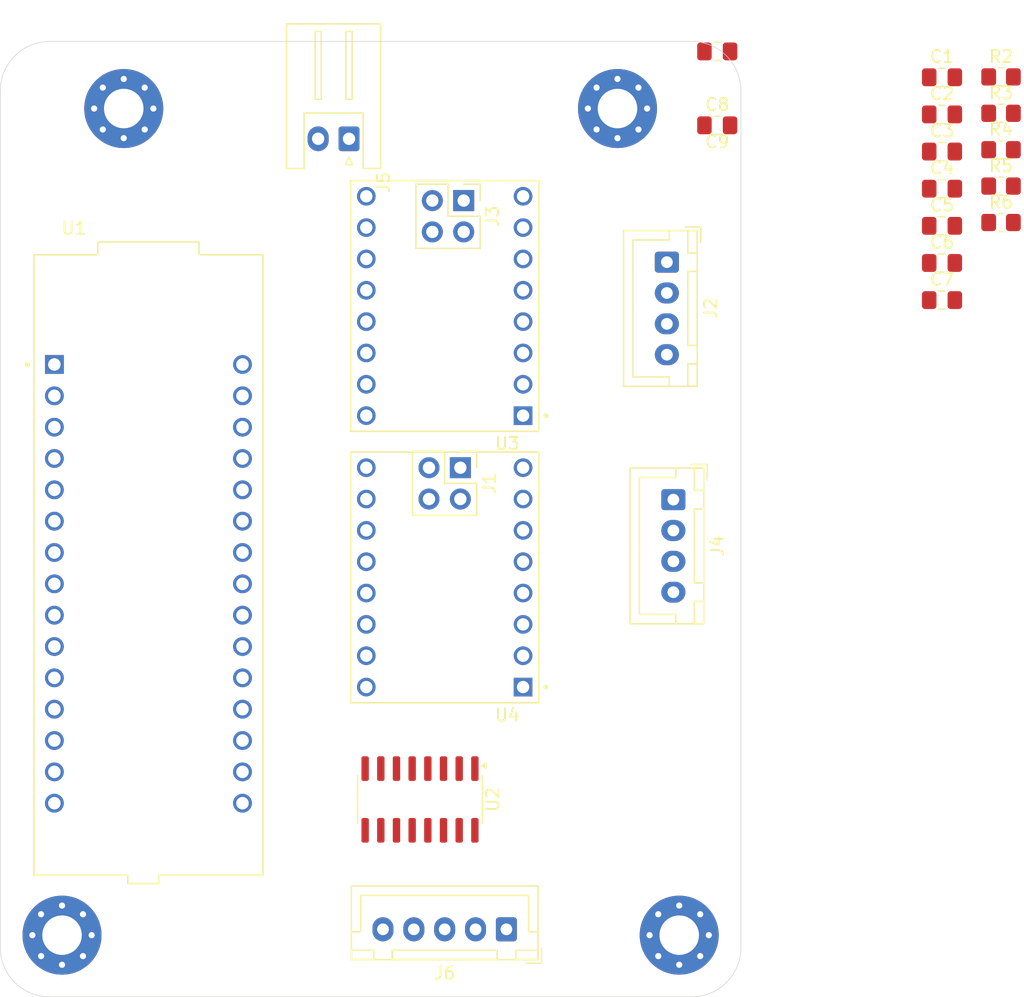
<source format=kicad_pcb>
(kicad_pcb (version 20240108) (generator "pcbnew") (generator_version "8.0")
  (layers (0 "F.Cu" signal) (31 "B.Cu" signal) (34 "B.Paste" user) (35 "F.Paste" user) (36 "B.SilkS" user "B.Silkscreen") (37 "F.SilkS" user "F.Silkscreen") (38 "B.Mask" user) (39 "F.Mask" user) (44 "Edge.Cuts" user))
  (net 0 "")
  (net 4 "GND")
  (net 9 "+5V")
  (net 21 "Net-(U2-VBG)")
  (net 25 "Net-(U2-INA+)")
  (net 31 "Net-(U2-INA-)")
  (net 32 "E+")
  (net 33 "Net-(Q1-C)")
  (net 34 "Net-(U2-VFB)")
  (net 35 "A+")
  (net 36 "A-")
  (net 37 "Net-(JP1-A)")
  (net 41 "DAT")
  (net 43 "CLK")
  (net 44 "Net-(Q1-B)")
  (net 45 "Net-(J1-Pin_3)")
  (net 46 "Net-(J1-Pin_4)")
  (net 47 "Net-(J3-Pin_4)")
  (net 48 "Net-(J3-Pin_3)")
  (net 49 "M1_1A")
  (net 50 "M1_1B")
  (net 51 "M1_2B")
  (net 52 "M1_2A")
  (net 53 "M2_1A")
  (net 54 "M2_2A")
  (net 55 "M2_2B")
  (net 56 "M2_1B")
  (net 57 "+12V")
  (net 60 "M2_EN")
  (net 62 "M2_STEP")
  (net 63 "M2_DIR")
  (net 65 "M1_DIR")
  (net 67 "M1_EN")
  (net 68 "M1_STEP")
  (footprint "Package_SO:SOP-16_3.9x9.9mm_P1.27mm" (layer "F.Cu") (at 34 -16 -90)
    (property "Reference" "U2" (at 0 -5.9 90) (layer "F.SilkS"))
    (property "Value" "HX711" (hide yes))
    (fp_line (start 0 5.06) (end -1.95 5.06) (stroke (width 0.12)) (layer "F.SilkS"))
    (fp_line (start 0 5.06) (end 1.95 5.06) (stroke (width 0.12)) (layer "F.SilkS"))
    (fp_line (start 0 -5.06) (end -1.95 -5.06) (stroke (width 0.12)) (layer "F.SilkS"))
    (fp_line (start 0 -5.06) (end 1.95 -5.06) (stroke (width 0.12)) (layer "F.SilkS"))
    (fp_poly (pts (xy -2.725 -5.005) (xy -2.965 -5.335) (xy -2.485 -5.335) (xy -2.725 -5.005)) (stroke (width 0.12)) (fill solid) (layer "F.SilkS"))
    (pad "1" smd roundrect (at -2.5 -4.445 270) (size 2 0.6) (layers "F.Cu" "F.Paste" "F.Mask") (net 9 "+5V"))
    (pad "2" smd roundrect (at -2.5 -3.175 270) (size 2 0.6) (layers "F.Cu" "F.Paste" "F.Mask") (net 44 "Net-(Q1-B)"))
    (pad "3" smd roundrect (at -2.5 -1.905 270) (size 2 0.6) (layers "F.Cu" "F.Paste" "F.Mask") (net 33 "Net-(Q1-C)"))
    (pad "4" smd roundrect (at -2.5 -0.635 270) (size 2 0.6) (layers "F.Cu" "F.Paste" "F.Mask") (net 34 "Net-(U2-VFB)"))
    (pad "5" smd roundrect (at -2.5 0.635 270) (size 2 0.6) (layers "F.Cu" "F.Paste" "F.Mask") (net 4 "GND"))
    (pad "6" smd roundrect (at -2.5 1.905 270) (size 2 0.6) (layers "F.Cu" "F.Paste" "F.Mask") (net 21 "Net-(U2-VBG)"))
    (pad "7" smd roundrect (at -2.5 3.175 270) (size 2 0.6) (layers "F.Cu" "F.Paste" "F.Mask") (net 31 "Net-(U2-INA-)"))
    (pad "8" smd roundrect (at -2.5 4.445 270) (size 2 0.6) (layers "F.Cu" "F.Paste" "F.Mask") (net 25 "Net-(U2-INA+)"))
    (pad "9" smd roundrect (at 2.5 4.445 270) (size 2 0.6) (layers "F.Cu" "F.Paste" "F.Mask") (net 4 "GND"))
    (pad "10" smd roundrect (at 2.5 3.175 270) (size 2 0.6) (layers "F.Cu" "F.Paste" "F.Mask") (net 4 "GND"))
    (pad "11" smd roundrect (at 2.5 1.905 270) (size 2 0.6) (layers "F.Cu" "F.Paste" "F.Mask") (net 43 "CLK"))
    (pad "12" smd roundrect (at 2.5 0.635 270) (size 2 0.6) (layers "F.Cu" "F.Paste" "F.Mask") (net 41 "DAT"))
    (pad "13" smd roundrect (at 2.5 -0.635 270) (size 2 0.6) (layers "F.Cu" "F.Paste" "F.Mask"))
    (pad "14" smd roundrect (at 2.5 -1.905 270) (size 2 0.6) (layers "F.Cu" "F.Paste" "F.Mask") (net 4 "GND"))
    (pad "15" smd roundrect (at 2.5 -3.175 270) (size 2 0.6) (layers "F.Cu" "F.Paste" "F.Mask") (net 37 "Net-(JP1-A)"))
    (pad "16" smd roundrect (at 2.5 -4.445 270) (size 2 0.6) (layers "F.Cu" "F.Paste" "F.Mask") (net 9 "+5V"))
  )
  (footprint "Resistor_SMD:R_0805_2012Metric_Pad1.20x1.40mm_HandSolder" (layer "F.Cu") (at 81.07 -65.715)
    (property "Reference" "R5" (at 0 -1.65 0) (layer "F.SilkS"))
    (property "Value" "100")
    (fp_line (start -0.227064 -0.735) (end 0.227064 -0.735) (stroke (width 0.12)) (layer "F.SilkS"))
    (fp_line (start -0.227064 0.735) (end 0.227064 0.735) (stroke (width 0.12)) (layer "F.SilkS"))
    (pad "1" smd roundrect (at -1 0) (size 1.2 1.4) (layers "F.Cu" "F.Paste" "F.Mask") (roundrect_rratio 0.208333) (net 35 "A+"))
    (pad "2" smd roundrect (at 1 0) (size 1.2 1.4) (layers "F.Cu" "F.Paste" "F.Mask") (roundrect_rratio 0.208333) (net 25 "Net-(U2-INA+)"))
  )
  (footprint "edm_wire_puller_footprints:MODULE_NUCLEO-L412KB" (layer "F.Cu") (at 12 -35)
    (property "Reference" "U1" (at -6.0325 -27.305 0) (layer "F.SilkS"))
    (property "Value" "NUCLEO-L412KB" (hide yes))
    (fp_line (start -9.271 -25.146) (end -4.1 -25.146) (stroke (width 0.127)) (layer "F.SilkS"))
    (fp_line (start -9.271 25.146) (end -9.271 -25.146) (stroke (width 0.127)) (layer "F.SilkS"))
    (fp_line (start -4.1 -26.186) (end 4.1 -26.186) (stroke (width 0.127)) (layer "F.SilkS"))
    (fp_line (start -4.1 -25.146) (end -4.1 -26.186) (stroke (width 0.127)) (layer "F.SilkS"))
    (fp_line (start -1.671 25.146) (end -9.271 25.146) (stroke (width 0.127)) (layer "F.SilkS"))
    (fp_line (start -1.671 25.146) (end -1.671 25.819) (stroke (width 0.127)) (layer "F.SilkS"))
    (fp_line (start -1.671 25.819) (end 0.829 25.819) (stroke (width 0.127)) (layer "F.SilkS"))
    (fp_line (start 0.829 25.819) (end 0.829 25.146) (stroke (width 0.127)) (layer "F.SilkS"))
    (fp_line (start 4.1 -26.186) (end 4.1 -25.146) (stroke (width 0.127)) (layer "F.SilkS"))
    (fp_line (start 4.1 -25.146) (end 9.271 -25.146) (stroke (width 0.127)) (layer "F.SilkS"))
    (fp_line (start 9.271 -25.146) (end 9.271 25.146) (stroke (width 0.127)) (layer "F.SilkS"))
    (fp_line (start 9.271 25.146) (end 0.829 25.146) (stroke (width 0.127)) (layer "F.SilkS"))
    (fp_circle (center -9.8 -16.25) (end -9.7 -16.25) (stroke (width 0.2)) (fill none) (layer "F.SilkS"))
    (pad "CN3_1" thru_hole rect (at -7.62 -16.256) (size 1.524 1.524) (drill 1.016) (layers "*.Cu" "*.Mask"))
    (pad "CN3_2" thru_hole circle (at -7.62 -13.716) (size 1.524 1.524) (drill 1.016) (layers "*.Cu" "*.Mask"))
    (pad "CN3_3" thru_hole circle (at -7.62 -11.176) (size 1.524 1.524) (drill 1.016) (layers "*.Cu" "*.Mask"))
    (pad "CN3_4" thru_hole circle (at -7.62 -8.636) (size 1.524 1.524) (drill 1.016) (layers "*.Cu" "*.Mask"))
    (pad "CN3_5" thru_hole circle (at -7.62 -6.096) (size 1.524 1.524) (drill 1.016) (layers "*.Cu" "*.Mask"))
    (pad "CN3_6" thru_hole circle (at -7.62 -3.556) (size 1.524 1.524) (drill 1.016) (layers "*.Cu" "*.Mask"))
    (pad "CN3_7" thru_hole circle (at -7.62 -1.016) (size 1.524 1.524) (drill 1.016) (layers "*.Cu" "*.Mask"))
    (pad "CN3_8" thru_hole circle (at -7.62 1.524) (size 1.524 1.524) (drill 1.016) (layers "*.Cu" "*.Mask"))
    (pad "CN3_9" thru_hole circle (at -7.62 4.064) (size 1.524 1.524) (drill 1.016) (layers "*.Cu" "*.Mask"))
    (pad "CN3_10" thru_hole circle (at -7.62 6.604) (size 1.524 1.524) (drill 1.016) (layers "*.Cu" "*.Mask"))
    (pad "CN3_11" thru_hole circle (at -7.62 9.144) (size 1.524 1.524) (drill 1.016) (layers "*.Cu" "*.Mask"))
    (pad "CN3_12" thru_hole circle (at -7.62 11.684) (size 1.524 1.524) (drill 1.016) (layers "*.Cu" "*.Mask"))
    (pad "CN3_13" thru_hole circle (at -7.62 14.224) (size 1.524 1.524) (drill 1.016) (layers "*.Cu" "*.Mask"))
    (pad "CN3_14" thru_hole circle (at -7.62 16.764) (size 1.524 1.524) (drill 1.016) (layers "*.Cu" "*.Mask"))
    (pad "CN3_15" thru_hole circle (at -7.62 19.304) (size 1.524 1.524) (drill 1.016) (layers "*.Cu" "*.Mask"))
    (pad "CN4_1" thru_hole circle (at 7.62 -16.256) (size 1.524 1.524) (drill 1.016) (layers "*.Cu" "*.Mask"))
    (pad "CN4_2" thru_hole circle (at 7.62 -13.716) (size 1.524 1.524) (drill 1.016) (layers "*.Cu" "*.Mask") (net 4 "GND"))
    (pad "CN4_3" thru_hole circle (at 7.62 -11.176) (size 1.524 1.524) (drill 1.016) (layers "*.Cu" "*.Mask"))
    (pad "CN4_4" thru_hole circle (at 7.62 -8.636) (size 1.524 1.524) (drill 1.016) (layers "*.Cu" "*.Mask"))
    (pad "CN4_5" thru_hole circle (at 7.62 -6.096) (size 1.524 1.524) (drill 1.016) (layers "*.Cu" "*.Mask"))
    (pad "CN4_6" thru_hole circle (at 7.62 -3.556) (size 1.524 1.524) (drill 1.016) (layers "*.Cu" "*.Mask"))
    (pad "CN4_7" thru_hole circle (at 7.62 -1.016) (size 1.524 1.524) (drill 1.016) (layers "*.Cu" "*.Mask"))
    (pad "CN4_8" thru_hole circle (at 7.62 1.524) (size 1.524 1.524) (drill 1.016) (layers "*.Cu" "*.Mask"))
    (pad "CN4_9" thru_hole circle (at 7.62 4.064) (size 1.524 1.524) (drill 1.016) (layers "*.Cu" "*.Mask"))
    (pad "CN4_10" thru_hole circle (at 7.62 6.604) (size 1.524 1.524) (drill 1.016) (layers "*.Cu" "*.Mask"))
    (pad "CN4_11" thru_hole circle (at 7.62 9.144) (size 1.524 1.524) (drill 1.016) (layers "*.Cu" "*.Mask"))
    (pad "CN4_12" thru_hole circle (at 7.62 11.684) (size 1.524 1.524) (drill 1.016) (layers "*.Cu" "*.Mask"))
    (pad "CN4_13" thru_hole circle (at 7.62 14.224) (size 1.524 1.524) (drill 1.016) (layers "*.Cu" "*.Mask"))
    (pad "CN4_14" thru_hole circle (at 7.62 16.764) (size 1.524 1.524) (drill 1.016) (layers "*.Cu" "*.Mask"))
    (pad "CN4_15" thru_hole circle (at 7.62 19.304) (size 1.524 1.524) (drill 1.016) (layers "*.Cu" "*.Mask"))
  )
  (footprint "Connector_JST:JST_XH_B5B-XH-A_1x05_P2.50mm_Vertical" (layer "F.Cu") (at 41 -5.475 180)
    (property "Reference" "J6" (at 5 -3.55 0) (layer "F.SilkS"))
    (property "Value" "Conn_01x05" (hide yes))
    (fp_line (start 12.56 3.51) (end 12.56 -2.46) (stroke (width 0.12)) (layer "F.SilkS"))
    (fp_line (start 12.56 -2.46) (end -2.56 -2.46) (stroke (width 0.12)) (layer "F.SilkS"))
    (fp_line (start 12.55 -0.2) (end 11.8 -0.2) (stroke (width 0.12)) (layer "F.SilkS"))
    (fp_line (start 12.55 -1.7) (end 12.55 -2.45) (stroke (width 0.12)) (layer "F.SilkS"))
    (fp_line (start 12.55 -2.45) (end 10.75 -2.45) (stroke (width 0.12)) (layer "F.SilkS"))
    (fp_line (start 11.8 2.75) (end 5 2.75) (stroke (width 0.12)) (layer "F.SilkS"))
    (fp_line (start 11.8 -0.2) (end 11.8 2.75) (stroke (width 0.12)) (layer "F.SilkS"))
    (fp_line (start 10.75 -1.7) (end 12.55 -1.7) (stroke (width 0.12)) (layer "F.SilkS"))
    (fp_line (start 10.75 -2.45) (end 10.75 -1.7) (stroke (width 0.12)) (layer "F.SilkS"))
    (fp_line (start 9.25 -1.7) (end 9.25 -2.45) (stroke (width 0.12)) (layer "F.SilkS"))
    (fp_line (start 9.25 -2.45) (end 0.75 -2.45) (stroke (width 0.12)) (layer "F.SilkS"))
    (fp_line (start 0.75 -1.7) (end 9.25 -1.7) (stroke (width 0.12)) (layer "F.SilkS"))
    (fp_line (start 0.75 -2.45) (end 0.75 -1.7) (stroke (width 0.12)) (layer "F.SilkS"))
    (fp_line (start -0.75 -1.7) (end -0.75 -2.45) (stroke (width 0.12)) (layer "F.SilkS"))
    (fp_line (start -0.75 -2.45) (end -2.55 -2.45) (stroke (width 0.12)) (layer "F.SilkS"))
    (fp_line (start -1.6 -2.75) (end -2.85 -2.75) (stroke (width 0.12)) (layer "F.SilkS"))
    (fp_line (start -1.8 2.75) (end 5 2.75) (stroke (width 0.12)) (layer "F.SilkS"))
    (fp_line (start -1.8 -0.2) (end -1.8 2.75) (stroke (width 0.12)) (layer "F.SilkS"))
    (fp_line (start -2.55 -0.2) (end -1.8 -0.2) (stroke (width 0.12)) (layer "F.SilkS"))
    (fp_line (start -2.55 -1.7) (end -0.75 -1.7) (stroke (width 0.12)) (layer "F.SilkS"))
    (fp_line (start -2.55 -2.45) (end -2.55 -1.7) (stroke (width 0.12)) (layer "F.SilkS"))
    (fp_line (start -2.56 3.51) (end 12.56 3.51) (stroke (width 0.12)) (layer "F.SilkS"))
    (fp_line (start -2.56 -2.46) (end -2.56 3.51) (stroke (width 0.12)) (layer "F.SilkS"))
    (fp_line (start -2.85 -2.75) (end -2.85 -1.5) (stroke (width 0.12)) (layer "F.SilkS"))
    (pad "1" thru_hole roundrect (at 0 0 180) (size 1.7 1.95) (drill 0.95) (layers "*.Cu" "*.Mask") (roundrect_rratio 0.147059) (net 32 "E+"))
    (pad "2" thru_hole oval (at 2.5 0 180) (size 1.7 1.95) (drill 0.95) (layers "*.Cu" "*.Mask") (net 4 "GND"))
    (pad "3" thru_hole oval (at 5 0 180) (size 1.7 1.95) (drill 0.95) (layers "*.Cu" "*.Mask") (net 36 "A-"))
    (pad "4" thru_hole oval (at 7.5 0 180) (size 1.7 1.95) (drill 0.95) (layers "*.Cu" "*.Mask") (net 35 "A+"))
    (pad "5" thru_hole oval (at 10 0 180) (size 1.7 1.95) (drill 0.95) (layers "*.Cu" "*.Mask") (net 4 "GND"))
  )
  (footprint "Resistor_SMD:R_0805_2012Metric_Pad1.20x1.40mm_HandSolder" (layer "F.Cu") (at 81.07 -74.565)
    (property "Reference" "R2" (at 0 -1.65 0) (layer "F.SilkS"))
    (property "Value" "20k")
    (fp_line (start -0.227064 -0.735) (end 0.227064 -0.735) (stroke (width 0.12)) (layer "F.SilkS"))
    (fp_line (start -0.227064 0.735) (end 0.227064 0.735) (stroke (width 0.12)) (layer "F.SilkS"))
    (pad "1" smd roundrect (at -1 0) (size 1.2 1.4) (layers "F.Cu" "F.Paste" "F.Mask") (roundrect_rratio 0.208333) (net 34 "Net-(U2-VFB)"))
    (pad "2" smd roundrect (at 1 0) (size 1.2 1.4) (layers "F.Cu" "F.Paste" "F.Mask") (roundrect_rratio 0.208333) (net 33 "Net-(Q1-C)"))
  )
  (footprint "MountingHole:MountingHole_3.2mm_M3_Pad_Via" (layer "F.Cu") (at 5 -5)
    (property "Reference" "H4" (hide yes))
    (property "Value" "MountingHole_Pad" (hide yes))
    (pad "1" thru_hole circle (at -2.4 0) (size 0.8 0.8) (drill 0.5) (layers "*.Cu" "*.Mask"))
    (pad "1" thru_hole circle (at -1.697056 -1.697056) (size 0.8 0.8) (drill 0.5) (layers "*.Cu" "*.Mask"))
    (pad "1" thru_hole circle (at -1.697056 1.697056) (size 0.8 0.8) (drill 0.5) (layers "*.Cu" "*.Mask"))
    (pad "1" thru_hole circle (at 0 -2.4) (size 0.8 0.8) (drill 0.5) (layers "*.Cu" "*.Mask"))
    (pad "1" thru_hole circle (at 0 0) (size 6.4 6.4) (drill 3.2) (layers "*.Cu" "*.Mask"))
    (pad "1" thru_hole circle (at 0 2.4) (size 0.8 0.8) (drill 0.5) (layers "*.Cu" "*.Mask"))
    (pad "1" thru_hole circle (at 1.697056 -1.697056) (size 0.8 0.8) (drill 0.5) (layers "*.Cu" "*.Mask"))
    (pad "1" thru_hole circle (at 1.697056 1.697056) (size 0.8 0.8) (drill 0.5) (layers "*.Cu" "*.Mask"))
    (pad "1" thru_hole circle (at 2.4 0) (size 0.8 0.8) (drill 0.5) (layers "*.Cu" "*.Mask"))
  )
  (footprint "Connector_PinHeader_2.54mm:PinHeader_2x02_P2.54mm_Vertical" (layer "F.Cu") (at 37.27 -42.89 -90)
    (property "Reference" "J1" (at 1.27 -2.33 90) (layer "F.SilkS"))
    (property "Value" "Conn_02x02_Top_Bottom" (hide yes))
    (fp_line (start -1.33 3.87) (end 3.87 3.87) (stroke (width 0.12)) (layer "F.SilkS"))
    (fp_line (start -1.33 1.27) (end -1.33 3.87) (stroke (width 0.12)) (layer "F.SilkS"))
    (fp_line (start -1.33 1.27) (end 1.27 1.27) (stroke (width 0.12)) (layer "F.SilkS"))
    (fp_line (start 1.27 1.27) (end 1.27 -1.33) (stroke (width 0.12)) (layer "F.SilkS"))
    (fp_line (start -1.33 0) (end -1.33 -1.33) (stroke (width 0.12)) (layer "F.SilkS"))
    (fp_line (start -1.33 -1.33) (end 0 -1.33) (stroke (width 0.12)) (layer "F.SilkS"))
    (fp_line (start 1.27 -1.33) (end 3.87 -1.33) (stroke (width 0.12)) (layer "F.SilkS"))
    (fp_line (start 3.87 -1.33) (end 3.87 3.87) (stroke (width 0.12)) (layer "F.SilkS"))
    (pad "1" thru_hole rect (at 0 0 270) (size 1.7 1.7) (drill 1) (layers "*.Cu" "*.Mask") (net 9 "+5V"))
    (pad "2" thru_hole oval (at 2.54 0 270) (size 1.7 1.7) (drill 1) (layers "*.Cu" "*.Mask") (net 9 "+5V"))
    (pad "3" thru_hole oval (at 0 2.54 270) (size 1.7 1.7) (drill 1) (layers "*.Cu" "*.Mask") (net 45 "Net-(J1-Pin_3)"))
    (pad "4" thru_hole oval (at 2.54 2.54 270) (size 1.7 1.7) (drill 1) (layers "*.Cu" "*.Mask") (net 46 "Net-(J1-Pin_4)"))
  )
  (footprint "Connector_JST:JST_XH_B4B-XH-A_1x04_P2.50mm_Vertical" (layer "F.Cu") (at 54 -59.55 -90)
    (property "Reference" "J2" (at 3.75 -3.55 90) (layer "F.SilkS"))
    (property "Value" "Conn_01x04" (hide yes))
    (fp_line (start -2.56 3.51) (end 10.06 3.51) (stroke (width 0.12)) (layer "F.SilkS"))
    (fp_line (start 10.06 3.51) (end 10.06 -2.46) (stroke (width 0.12)) (layer "F.SilkS"))
    (fp_line (start -1.8 2.75) (end 3.75 2.75) (stroke (width 0.12)) (layer "F.SilkS"))
    (fp_line (start 9.3 2.75) (end 3.75 2.75) (stroke (width 0.12)) (layer "F.SilkS"))
    (fp_line (start -2.55 -0.2) (end -1.8 -0.2) (stroke (width 0.12)) (layer "F.SilkS"))
    (fp_line (start -1.8 -0.2) (end -1.8 2.75) (stroke (width 0.12)) (layer "F.SilkS"))
    (fp_line (start 9.3 -0.2) (end 9.3 2.75) (stroke (width 0.12)) (layer "F.SilkS"))
    (fp_line (start 10.05 -0.2) (end 9.3 -0.2) (stroke (width 0.12)) (layer "F.SilkS"))
    (fp_line (start -2.55 -1.7) (end -0.75 -1.7) (stroke (width 0.12)) (layer "F.SilkS"))
    (fp_line (start -0.75 -1.7) (end -0.75 -2.45) (stroke (width 0.12)) (layer "F.SilkS"))
    (fp_line (start 0.75 -1.7) (end 6.75 -1.7) (stroke (width 0.12)) (layer "F.SilkS"))
    (fp_line (start 6.75 -1.7) (end 6.75 -2.45) (stroke (width 0.12)) (layer "F.SilkS"))
    (fp_line (start 8.25 -1.7) (end 10.05 -1.7) (stroke (width 0.12)) (layer "F.SilkS"))
    (fp_line (start 10.05 -1.7) (end 10.05 -2.45) (stroke (width 0.12)) (layer "F.SilkS"))
    (fp_line (start -2.55 -2.45) (end -2.55 -1.7) (stroke (width 0.12)) (layer "F.SilkS"))
    (fp_line (start -0.75 -2.45) (end -2.55 -2.45) (stroke (width 0.12)) (layer "F.SilkS"))
    (fp_line (start 0.75 -2.45) (end 0.75 -1.7) (stroke (width 0.12)) (layer "F.SilkS"))
    (fp_line (start 6.75 -2.45) (end 0.75 -2.45) (stroke (width 0.12)) (layer "F.SilkS"))
    (fp_line (start 8.25 -2.45) (end 8.25 -1.7) (stroke (width 0.12)) (layer "F.SilkS"))
    (fp_line (start 10.05 -2.45) (end 8.25 -2.45) (stroke (width 0.12)) (layer "F.SilkS"))
    (fp_line (start -2.56 -2.46) (end -2.56 3.51) (stroke (width 0.12)) (layer "F.SilkS"))
    (fp_line (start 10.06 -2.46) (end -2.56 -2.46) (stroke (width 0.12)) (layer "F.SilkS"))
    (fp_line (start -2.85 -2.75) (end -2.85 -1.5) (stroke (width 0.12)) (layer "F.SilkS"))
    (fp_line (start -1.6 -2.75) (end -2.85 -2.75) (stroke (width 0.12)) (layer "F.SilkS"))
    (pad "1" thru_hole roundrect (at 0 0 270) (size 1.7 1.95) (drill 0.95) (layers "*.Cu" "*.Mask") (roundrect_rratio 0.147059) (net 51 "M1_2B"))
    (pad "2" thru_hole oval (at 2.5 0 270) (size 1.7 1.95) (drill 0.95) (layers "*.Cu" "*.Mask") (net 52 "M1_2A"))
    (pad "3" thru_hole oval (at 5 0 270) (size 1.7 1.95) (drill 0.95) (layers "*.Cu" "*.Mask") (net 49 "M1_1A"))
    (pad "4" thru_hole oval (at 7.5 0 270) (size 1.7 1.95) (drill 0.95) (layers "*.Cu" "*.Mask") (net 50 "M1_1B"))
  )
  (footprint "Capacitor_SMD:C_0805_2012Metric_Pad1.18x1.45mm_HandSolder" (layer "F.Cu") (at 76.29 -71.525)
    (property "Reference" "C2" (at 0 -1.68 0) (layer "F.SilkS"))
    (property "Value" "0.1u")
    (fp_line (start -0.261252 -0.735) (end 0.261252 -0.735) (stroke (width 0.12)) (layer "F.SilkS"))
    (fp_line (start -0.261252 0.735) (end 0.261252 0.735) (stroke (width 0.12)) (layer "F.SilkS"))
    (pad "1" smd roundrect (at -1.0375 0) (size 1.175 1.45) (layers "F.Cu" "F.Paste" "F.Mask") (roundrect_rratio 0.212766) (net 21 "Net-(U2-VBG)"))
    (pad "2" smd roundrect (at 1.0375 0) (size 1.175 1.45) (layers "F.Cu" "F.Paste" "F.Mask") (roundrect_rratio 0.212766) (net 4 "GND"))
  )
  (footprint "edm_wire_puller_footprints:MODULE_TMC2209" (layer "F.Cu") (at 36 -34 180)
    (property "Reference" "U4" (at -5.075 -11.155 360) (layer "F.SilkS"))
    (property "Value" "TMC2209" (hide yes))
    (fp_line (start 7.62 10.16) (end -7.62 10.16) (stroke (width 0.127)) (layer "F.SilkS"))
    (fp_line (start 7.62 -10.16) (end 7.62 10.16) (stroke (width 0.127)) (layer "F.SilkS"))
    (fp_line (start -7.62 10.16) (end -7.62 -10.16) (stroke (width 0.127)) (layer "F.SilkS"))
    (fp_line (start -7.62 -10.16) (end 7.62 -10.16) (stroke (width 0.127)) (layer "F.SilkS"))
    (fp_circle (center -8.2 -8.89) (end -8.1 -8.89) (stroke (width 0.2)) (fill none) (layer "F.SilkS"))
    (pad "1" thru_hole rect (at -6.35 -8.89 180) (size 1.508 1.508) (drill 1) (layers "*.Cu" "*.Mask") (net 4 "GND"))
    (pad "2" thru_hole circle (at -6.35 -6.35 180) (size 1.508 1.508) (drill 1) (layers "*.Cu" "*.Mask") (net 9 "+5V"))
    (pad "3" thru_hole circle (at -6.35 -3.81 180) (size 1.508 1.508) (drill 1) (layers "*.Cu" "*.Mask") (net 56 "M2_1B"))
    (pad "4" thru_hole circle (at -6.35 -1.27 180) (size 1.508 1.508) (drill 1) (layers "*.Cu" "*.Mask") (net 53 "M2_1A"))
    (pad "5" thru_hole circle (at -6.35 1.27 180) (size 1.508 1.508) (drill 1) (layers "*.Cu" "*.Mask") (net 54 "M2_2A"))
    (pad "6" thru_hole circle (at -6.35 3.81 180) (size 1.508 1.508) (drill 1) (layers "*.Cu" "*.Mask") (net 55 "M2_2B"))
    (pad "7" thru_hole circle (at -6.35 6.35 180) (size 1.508 1.508) (drill 1) (layers "*.Cu" "*.Mask") (net 4 "GND"))
    (pad "8" thru_hole circle (at -6.35 8.89 180) (size 1.508 1.508) (drill 1) (layers "*.Cu" "*.Mask") (net 57 "+12V"))
    (pad "9" thru_hole circle (at 6.35 -8.89 180) (size 1.508 1.508) (drill 1) (layers "*.Cu" "*.Mask") (net 63 "M2_DIR"))
    (pad "10" thru_hole circle (at 6.35 -6.35 180) (size 1.508 1.508) (drill 1) (layers "*.Cu" "*.Mask") (net 62 "M2_STEP"))
    (pad "11" thru_hole circle (at 6.35 -3.81 180) (size 1.508 1.508) (drill 1) (layers "*.Cu" "*.Mask"))
    (pad "12" thru_hole circle (at 6.35 -1.27 180) (size 1.508 1.508) (drill 1) (layers "*.Cu" "*.Mask"))
    (pad "13" thru_hole circle (at 6.35 1.27 180) (size 1.508 1.508) (drill 1) (layers "*.Cu" "*.Mask"))
    (pad "14" thru_hole circle (at 6.35 3.81 180) (size 1.508 1.508) (drill 1) (layers "*.Cu" "*.Mask") (net 46 "Net-(J1-Pin_4)"))
    (pad "15" thru_hole circle (at 6.35 6.35 180) (size 1.508 1.508) (drill 1) (layers "*.Cu" "*.Mask") (net 45 "Net-(J1-Pin_3)"))
    (pad "16" thru_hole circle (at 6.35 8.89 180) (size 1.508 1.508) (drill 1) (layers "*.Cu" "*.Mask") (net 60 "M2_EN"))
  )
  (footprint "Capacitor_SMD:C_0805_2012Metric_Pad1.18x1.45mm_HandSolder" (layer "F.Cu") (at 58.08 -70.64)
    (property "Reference" "C8" (at 0 -1.68 0) (layer "F.SilkS"))
    (property "Value" "1u")
    (fp_line (start -0.261252 -0.735) (end 0.261252 -0.735) (stroke (width 0.12)) (layer "F.SilkS"))
    (fp_line (start -0.261252 0.735) (end 0.261252 0.735) (stroke (width 0.12)) (layer "F.SilkS"))
    (pad "1" smd roundrect (at -1.0375 0) (size 1.175 1.45) (layers "F.Cu" "F.Paste" "F.Mask") (roundrect_rratio 0.212766) (net 25 "Net-(U2-INA+)"))
    (pad "2" smd roundrect (at 1.0375 0) (size 1.175 1.45) (layers "F.Cu" "F.Paste" "F.Mask") (roundrect_rratio 0.212766) (net 4 "GND"))
  )
  (footprint "MountingHole:MountingHole_3.2mm_M3_Pad_Via" (layer "F.Cu") (at 10 -72)
    (property "Reference" "H2" (hide yes))
    (property "Value" "MountingHole_Pad" (hide yes))
    (pad "1" thru_hole circle (at -2.4 0) (size 0.8 0.8) (drill 0.5) (layers "*.Cu" "*.Mask"))
    (pad "1" thru_hole circle (at -1.697056 -1.697056) (size 0.8 0.8) (drill 0.5) (layers "*.Cu" "*.Mask"))
    (pad "1" thru_hole circle (at -1.697056 1.697056) (size 0.8 0.8) (drill 0.5) (layers "*.Cu" "*.Mask"))
    (pad "1" thru_hole circle (at 0 -2.4) (size 0.8 0.8) (drill 0.5) (layers "*.Cu" "*.Mask"))
    (pad "1" thru_hole circle (at 0 0) (size 6.4 6.4) (drill 3.2) (layers "*.Cu" "*.Mask"))
    (pad "1" thru_hole circle (at 0 2.4) (size 0.8 0.8) (drill 0.5) (layers "*.Cu" "*.Mask"))
    (pad "1" thru_hole circle (at 1.697056 -1.697056) (size 0.8 0.8) (drill 0.5) (layers "*.Cu" "*.Mask"))
    (pad "1" thru_hole circle (at 1.697056 1.697056) (size 0.8 0.8) (drill 0.5) (layers "*.Cu" "*.Mask"))
    (pad "1" thru_hole circle (at 2.4 0) (size 0.8 0.8) (drill 0.5) (layers "*.Cu" "*.Mask"))
  )
  (footprint "Capacitor_SMD:C_0805_2012Metric_Pad1.18x1.45mm_HandSolder" (layer "F.Cu") (at 76.29 -59.485)
    (property "Reference" "C6" (at 0 -1.68 0) (layer "F.SilkS"))
    (property "Value" "0.1u")
    (fp_line (start -0.261252 -0.735) (end 0.261252 -0.735) (stroke (width 0.12)) (layer "F.SilkS"))
    (fp_line (start -0.261252 0.735) (end 0.261252 0.735) (stroke (width 0.12)) (layer "F.SilkS"))
    (pad "1" smd roundrect (at -1.0375 0) (size 1.175 1.45) (layers "F.Cu" "F.Paste" "F.Mask") (roundrect_rratio 0.212766) (net 9 "+5V"))
    (pad "2" smd roundrect (at 1.0375 0) (size 1.175 1.45) (layers "F.Cu" "F.Paste" "F.Mask") (roundrect_rratio 0.212766) (net 4 "GND"))
  )
  (footprint "Resistor_SMD:R_0805_2012Metric_Pad1.20x1.40mm_HandSolder" (layer "F.Cu") (at 81.07 -71.615)
    (property "Reference" "R3" (at 0 -1.65 0) (layer "F.SilkS"))
    (property "Value" "8.2k")
    (fp_line (start -0.227064 -0.735) (end 0.227064 -0.735) (stroke (width 0.12)) (layer "F.SilkS"))
    (fp_line (start -0.227064 0.735) (end 0.227064 0.735) (stroke (width 0.12)) (layer "F.SilkS"))
    (pad "1" smd roundrect (at -1 0) (size 1.2 1.4) (layers "F.Cu" "F.Paste" "F.Mask") (roundrect_rratio 0.208333) (net 34 "Net-(U2-VFB)"))
    (pad "2" smd roundrect (at 1 0) (size 1.2 1.4) (layers "F.Cu" "F.Paste" "F.Mask") (roundrect_rratio 0.208333) (net 4 "GND"))
  )
  (footprint "Capacitor_SMD:C_0805_2012Metric_Pad1.18x1.45mm_HandSolder" (layer "F.Cu") (at 76.29 -62.495)
    (property "Reference" "C5" (at 0 -1.68 0) (layer "F.SilkS"))
    (property "Value" "10u")
    (fp_line (start -0.261252 -0.735) (end 0.261252 -0.735) (stroke (width 0.12)) (layer "F.SilkS"))
    (fp_line (start -0.261252 0.735) (end 0.261252 0.735) (stroke (width 0.12)) (layer "F.SilkS"))
    (pad "1" smd roundrect (at -1.0375 0) (size 1.175 1.45) (layers "F.Cu" "F.Paste" "F.Mask") (roundrect_rratio 0.212766) (net 4 "GND"))
    (pad "2" smd roundrect (at 1.0375 0) (size 1.175 1.45) (layers "F.Cu" "F.Paste" "F.Mask") (roundrect_rratio 0.212766) (net 32 "E+"))
  )
  (footprint "Capacitor_SMD:C_0805_2012Metric_Pad1.18x1.45mm_HandSolder" (layer "F.Cu") (at 76.29 -65.505)
    (property "Reference" "C4" (at 0 -1.68 0) (layer "F.SilkS"))
    (property "Value" "0.1u")
    (fp_line (start -0.261252 -0.735) (end 0.261252 -0.735) (stroke (width 0.12)) (layer "F.SilkS"))
    (fp_line (start -0.261252 0.735) (end 0.261252 0.735) (stroke (width 0.12)) (layer "F.SilkS"))
    (pad "1" smd roundrect (at -1.0375 0) (size 1.175 1.45) (layers "F.Cu" "F.Paste" "F.Mask") (roundrect_rratio 0.212766) (net 4 "GND"))
    (pad "2" smd roundrect (at 1.0375 0) (size 1.175 1.45) (layers "F.Cu" "F.Paste" "F.Mask") (roundrect_rratio 0.212766) (net 32 "E+"))
  )
  (footprint "Resistor_SMD:R_0805_2012Metric_Pad1.20x1.40mm_HandSolder" (layer "F.Cu") (at 81.07 -68.665)
    (property "Reference" "R4" (at 0 -1.65 0) (layer "F.SilkS"))
    (property "Value" "100")
    (fp_line (start -0.227064 -0.735) (end 0.227064 -0.735) (stroke (width 0.12)) (layer "F.SilkS"))
    (fp_line (start -0.227064 0.735) (end 0.227064 0.735) (stroke (width 0.12)) (layer "F.SilkS"))
    (pad "1" smd roundrect (at -1 0) (size 1.2 1.4) (layers "F.Cu" "F.Paste" "F.Mask") (roundrect_rratio 0.208333) (net 31 "Net-(U2-INA-)"))
    (pad "2" smd roundrect (at 1 0) (size 1.2 1.4) (layers "F.Cu" "F.Paste" "F.Mask") (roundrect_rratio 0.208333) (net 36 "A-"))
  )
  (footprint "Capacitor_SMD:C_0805_2012Metric_Pad1.18x1.45mm_HandSolder" (layer "F.Cu") (at 58.08 -76.63)
    (property "Reference" "C9" (at 0 7.32 0) (layer "F.SilkS"))
    (property "Value" "1u")
    (fp_line (start -0.261252 -0.735) (end 0.261252 -0.735) (stroke (width 0.12)) (layer "F.SilkS"))
    (fp_line (start -0.261252 0.735) (end 0.261252 0.735) (stroke (width 0.12)) (layer "F.SilkS"))
    (pad "1" smd roundrect (at -1.0375 0) (size 1.175 1.45) (layers "F.Cu" "F.Paste" "F.Mask") (roundrect_rratio 0.212766) (net 25 "Net-(U2-INA+)"))
    (pad "2" smd roundrect (at 1.0375 0) (size 1.175 1.45) (layers "F.Cu" "F.Paste" "F.Mask") (roundrect_rratio 0.212766) (net 4 "GND"))
  )
  (footprint "Connector_JST:JST_XH_B4B-XH-A_1x04_P2.50mm_Vertical" (layer "F.Cu") (at 54.525 -40.3 -90)
    (property "Reference" "J4" (at 3.75 -3.55 90) (layer "F.SilkS"))
    (property "Value" "Conn_01x04" (hide yes))
    (fp_line (start -2.56 3.51) (end 10.06 3.51) (stroke (width 0.12)) (layer "F.SilkS"))
    (fp_line (start 10.06 3.51) (end 10.06 -2.46) (stroke (width 0.12)) (layer "F.SilkS"))
    (fp_line (start -1.8 2.75) (end 3.75 2.75) (stroke (width 0.12)) (layer "F.SilkS"))
    (fp_line (start 9.3 2.75) (end 3.75 2.75) (stroke (width 0.12)) (layer "F.SilkS"))
    (fp_line (start -2.55 -0.2) (end -1.8 -0.2) (stroke (width 0.12)) (layer "F.SilkS"))
    (fp_line (start -1.8 -0.2) (end -1.8 2.75) (stroke (width 0.12)) (layer "F.SilkS"))
    (fp_line (start 9.3 -0.2) (end 9.3 2.75) (stroke (width 0.12)) (layer "F.SilkS"))
    (fp_line (start 10.05 -0.2) (end 9.3 -0.2) (stroke (width 0.12)) (layer "F.SilkS"))
    (fp_line (start -2.55 -1.7) (end -0.75 -1.7) (stroke (width 0.12)) (layer "F.SilkS"))
    (fp_line (start -0.75 -1.7) (end -0.75 -2.45) (stroke (width 0.12)) (layer "F.SilkS"))
    (fp_line (start 0.75 -1.7) (end 6.75 -1.7) (stroke (width 0.12)) (layer "F.SilkS"))
    (fp_line (start 6.75 -1.7) (end 6.75 -2.45) (stroke (width 0.12)) (layer "F.SilkS"))
    (fp_line (start 8.25 -1.7) (end 10.05 -1.7) (stroke (width 0.12)) (layer "F.SilkS"))
    (fp_line (start 10.05 -1.7) (end 10.05 -2.45) (stroke (width 0.12)) (layer "F.SilkS"))
    (fp_line (start -2.55 -2.45) (end -2.55 -1.7) (stroke (width 0.12)) (layer "F.SilkS"))
    (fp_line (start -0.75 -2.45) (end -2.55 -2.45) (stroke (width 0.12)) (layer "F.SilkS"))
    (fp_line (start 0.75 -2.45) (end 0.75 -1.7) (stroke (width 0.12)) (layer "F.SilkS"))
    (fp_line (start 6.75 -2.45) (end 0.75 -2.45) (stroke (width 0.12)) (layer "F.SilkS"))
    (fp_line (start 8.25 -2.45) (end 8.25 -1.7) (stroke (width 0.12)) (layer "F.SilkS"))
    (fp_line (start 10.05 -2.45) (end 8.25 -2.45) (stroke (width 0.12)) (layer "F.SilkS"))
    (fp_line (start -2.56 -2.46) (end -2.56 3.51) (stroke (width 0.12)) (layer "F.SilkS"))
    (fp_line (start 10.06 -2.46) (end -2.56 -2.46) (stroke (width 0.12)) (layer "F.SilkS"))
    (fp_line (start -2.85 -2.75) (end -2.85 -1.5) (stroke (width 0.12)) (layer "F.SilkS"))
    (fp_line (start -1.6 -2.75) (end -2.85 -2.75) (stroke (width 0.12)) (layer "F.SilkS"))
    (pad "1" thru_hole roundrect (at 0 0 270) (size 1.7 1.95) (drill 0.95) (layers "*.Cu" "*.Mask") (roundrect_rratio 0.147059) (net 55 "M2_2B"))
    (pad "2" thru_hole oval (at 2.5 0 270) (size 1.7 1.95) (drill 0.95) (layers "*.Cu" "*.Mask") (net 54 "M2_2A"))
    (pad "3" thru_hole oval (at 5 0 270) (size 1.7 1.95) (drill 0.95) (layers "*.Cu" "*.Mask") (net 53 "M2_1A"))
    (pad "4" thru_hole oval (at 7.5 0 270) (size 1.7 1.95) (drill 0.95) (layers "*.Cu" "*.Mask") (net 56 "M2_1B"))
  )
  (footprint "MountingHole:MountingHole_3.2mm_M3_Pad_Via" (layer "F.Cu") (at 55 -5)
    (property "Reference" "H3" (hide yes))
    (property "Value" "MountingHole_Pad" (hide yes))
    (pad "1" thru_hole circle (at -2.4 0) (size 0.8 0.8) (drill 0.5) (layers "*.Cu" "*.Mask"))
    (pad "1" thru_hole circle (at -1.697056 -1.697056) (size 0.8 0.8) (drill 0.5) (layers "*.Cu" "*.Mask"))
    (pad "1" thru_hole circle (at -1.697056 1.697056) (size 0.8 0.8) (drill 0.5) (layers "*.Cu" "*.Mask"))
    (pad "1" thru_hole circle (at 0 -2.4) (size 0.8 0.8) (drill 0.5) (layers "*.Cu" "*.Mask"))
    (pad "1" thru_hole circle (at 0 0) (size 6.4 6.4) (drill 3.2) (layers "*.Cu" "*.Mask"))
    (pad "1" thru_hole circle (at 0 2.4) (size 0.8 0.8) (drill 0.5) (layers "*.Cu" "*.Mask"))
    (pad "1" thru_hole circle (at 1.697056 -1.697056) (size 0.8 0.8) (drill 0.5) (layers "*.Cu" "*.Mask"))
    (pad "1" thru_hole circle (at 1.697056 1.697056) (size 0.8 0.8) (drill 0.5) (layers "*.Cu" "*.Mask"))
    (pad "1" thru_hole circle (at 2.4 0) (size 0.8 0.8) (drill 0.5) (layers "*.Cu" "*.Mask"))
  )
  (footprint "edm_wire_puller_footprints:MODULE_TMC2209" (layer "F.Cu") (at 36 -56 180)
    (property "Reference" "U3" (at -5.075 -11.155 360) (layer "F.SilkS"))
    (property "Value" "TMC2209" (hide yes))
    (fp_line (start 7.62 10.16) (end -7.62 10.16) (stroke (width 0.127)) (layer "F.SilkS"))
    (fp_line (start 7.62 -10.16) (end 7.62 10.16) (stroke (width 0.127)) (layer "F.SilkS"))
    (fp_line (start -7.62 10.16) (end -7.62 -10.16) (stroke (width 0.127)) (layer "F.SilkS"))
    (fp_line (start -7.62 -10.16) (end 7.62 -10.16) (stroke (width 0.127)) (layer "F.SilkS"))
    (fp_circle (center -8.2 -8.89) (end -8.1 -8.89) (stroke (width 0.2)) (fill none) (layer "F.SilkS"))
    (pad "1" thru_hole rect (at -6.35 -8.89 180) (size 1.508 1.508) (drill 1) (layers "*.Cu" "*.Mask") (net 4 "GND"))
    (pad "2" thru_hole circle (at -6.35 -6.35 180) (size 1.508 1.508) (drill 1) (layers "*.Cu" "*.Mask") (net 9 "+5V"))
    (pad "3" thru_hole circle (at -6.35 -3.81 180) (size 1.508 1.508) (drill 1) (layers "*.Cu" "*.Mask") (net 50 "M1_1B"))
    (pad "4" thru_hole circle (at -6.35 -1.27 180) (size 1.508 1.508) (drill 1) (layers "*.Cu" "*.Mask") (net 49 "M1_1A"))
    (pad "5" thru_hole circle (at -6.35 1.27 180) (size 1.508 1.508) (drill 1) (layers "*.Cu" "*.Mask") (net 52 "M1_2A"))
    (pad "6" thru_hole circle (at -6.35 3.81 180) (size 1.508 1.508) (drill 1) (layers "*.Cu" "*.Mask") (net 51 "M1_2B"))
    (pad "7" thru_hole circle (at -6.35 6.35 180) (size 1.508 1.508) (drill 1) (layers "*.Cu" "*.Mask") (net 4 "GND"))
    (pad "8" thru_hole circle (at -6.35 8.89 180) (size 1.508 1.508) (drill 1) (layers "*.Cu" "*.Mask") (net 57 "+12V"))
    (pad "9" thru_hole circle (at 6.35 -8.89 180) (size 1.508 1.508) (drill 1) (layers "*.Cu" "*.Mask") (net 65 "M1_DIR"))
    (pad "10" thru_hole circle (at 6.35 -6.35 180) (size 1.508 1.508) (drill 1) (layers "*.Cu" "*.Mask") (net 68 "M1_STEP"))
    (pad "11" thru_hole circle (at 6.35 -3.81 180) (size 1.508 1.508) (drill 1) (layers "*.Cu" "*.Mask"))
    (pad "12" thru_hole circle (at 6.35 -1.27 180) (size 1.508 1.508) (drill 1) (layers "*.Cu" "*.Mask"))
    (pad "13" thru_hole circle (at 6.35 1.27 180) (size 1.508 1.508) (drill 1) (layers "*.Cu" "*.Mask"))
    (pad "14" thru_hole circle (at 6.35 3.81 180) (size 1.508 1.508) (drill 1) (layers "*.Cu" "*.Mask") (net 47 "Net-(J3-Pin_4)"))
    (pad "15" thru_hole circle (at 6.35 6.35 180) (size 1.508 1.508) (drill 1) (layers "*.Cu" "*.Mask") (net 48 "Net-(J3-Pin_3)"))
    (pad "16" thru_hole circle (at 6.35 8.89 180) (size 1.508 1.508) (drill 1) (layers "*.Cu" "*.Mask") (net 67 "M1_EN"))
  )
  (footprint "Capacitor_SMD:C_0805_2012Metric_Pad1.18x1.45mm_HandSolder" (layer "F.Cu") (at 76.29 -74.535)
    (property "Reference" "C1" (at 0 -1.68 0) (layer "F.SilkS"))
    (property "Value" "0.1u")
    (fp_line (start -0.261252 -0.735) (end 0.261252 -0.735) (stroke (width 0.12)) (layer "F.SilkS"))
    (fp_line (start -0.261252 0.735) (end 0.261252 0.735) (stroke (width 0.12)) (layer "F.SilkS"))
    (pad "1" smd roundrect (at -1.0375 0) (size 1.175 1.45) (layers "F.Cu" "F.Paste" "F.Mask") (roundrect_rratio 0.212766) (net 9 "+5V"))
    (pad "2" smd roundrect (at 1.0375 0) (size 1.175 1.45) (layers "F.Cu" "F.Paste" "F.Mask") (roundrect_rratio 0.212766) (net 4 "GND"))
  )
  (footprint "Resistor_SMD:R_0805_2012Metric_Pad1.20x1.40mm_HandSolder" (layer "F.Cu") (at 81.07 -62.765)
    (property "Reference" "R6" (at 0 -1.65 0) (layer "F.SilkS"))
    (property "Value" "10k")
    (fp_line (start -0.227064 -0.735) (end 0.227064 -0.735) (stroke (width 0.12)) (layer "F.SilkS"))
    (fp_line (start -0.227064 0.735) (end 0.227064 0.735) (stroke (width 0.12)) (layer "F.SilkS"))
    (pad "1" smd roundrect (at -1 0) (size 1.2 1.4) (layers "F.Cu" "F.Paste" "F.Mask") (roundrect_rratio 0.208333) (net 37 "Net-(JP1-A)"))
    (pad "2" smd roundrect (at 1 0) (size 1.2 1.4) (layers "F.Cu" "F.Paste" "F.Mask") (roundrect_rratio 0.208333) (net 9 "+5V"))
  )
  (footprint "Capacitor_SMD:C_0805_2012Metric_Pad1.18x1.45mm_HandSolder" (layer "F.Cu") (at 76.29 -68.515)
    (property "Reference" "C3" (at 0 -1.68 0) (layer "F.SilkS"))
    (property "Value" "6.8u")
    (fp_line (start -0.261252 -0.735) (end 0.261252 -0.735) (stroke (width 0.12)) (layer "F.SilkS"))
    (fp_line (start -0.261252 0.735) (end 0.261252 0.735) (stroke (width 0.12)) (layer "F.SilkS"))
    (pad "1" smd roundrect (at -1.0375 0) (size 1.175 1.45) (layers "F.Cu" "F.Paste" "F.Mask") (roundrect_rratio 0.212766) (net 25 "Net-(U2-INA+)"))
    (pad "2" smd roundrect (at 1.0375 0) (size 1.175 1.45) (layers "F.Cu" "F.Paste" "F.Mask") (roundrect_rratio 0.212766) (net 31 "Net-(U2-INA-)"))
  )
  (footprint "MountingHole:MountingHole_3.2mm_M3_Pad_Via" (layer "F.Cu") (at 50 -72)
    (property "Reference" "H1" (hide yes))
    (property "Value" "MountingHole_Pad" (hide yes))
    (pad "1" thru_hole circle (at -2.4 0) (size 0.8 0.8) (drill 0.5) (layers "*.Cu" "*.Mask"))
    (pad "1" thru_hole circle (at -1.697056 -1.697056) (size 0.8 0.8) (drill 0.5) (layers "*.Cu" "*.Mask"))
    (pad "1" thru_hole circle (at -1.697056 1.697056) (size 0.8 0.8) (drill 0.5) (layers "*.Cu" "*.Mask"))
    (pad "1" thru_hole circle (at 0 -2.4) (size 0.8 0.8) (drill 0.5) (layers "*.Cu" "*.Mask"))
    (pad "1" thru_hole circle (at 0 0) (size 6.4 6.4) (drill 3.2) (layers "*.Cu" "*.Mask"))
    (pad "1" thru_hole circle (at 0 2.4) (size 0.8 0.8) (drill 0.5) (layers "*.Cu" "*.Mask"))
    (pad "1" thru_hole circle (at 1.697056 -1.697056) (size 0.8 0.8) (drill 0.5) (layers "*.Cu" "*.Mask"))
    (pad "1" thru_hole circle (at 1.697056 1.697056) (size 0.8 0.8) (drill 0.5) (layers "*.Cu" "*.Mask"))
    (pad "1" thru_hole circle (at 2.4 0) (size 0.8 0.8) (drill 0.5) (layers "*.Cu" "*.Mask"))
  )
  (footprint "Connector_JST:JST_XH_S2B-XH-A_1x02_P2.50mm_Horizontal" (layer "F.Cu") (at 28.25 -69.55 180)
    (property "Reference" "J5" (at -2.8 -3.55 -90) (layer "F.SilkS"))
    (property "Value" "Conn_01x02")
    (fp_line (start 5.06 9.31) (end 5.06 -2.41) (stroke (width 0.12)) (layer "F.SilkS"))
    (fp_line (start 5.06 -2.41) (end 3.64 -2.41) (stroke (width 0.12)) (layer "F.SilkS"))
    (fp_line (start 3.64 2.09) (end 1.25 2.09) (stroke (width 0.12)) (layer "F.SilkS"))
    (fp_line (start 3.64 -2.41) (end 3.64 2.09) (stroke (width 0.12)) (layer "F.SilkS"))
    (fp_line (start 2.75 8.7) (end 2.75 3.2) (stroke (width 0.12)) (layer "F.SilkS"))
    (fp_line (start 2.75 3.2) (end 2.25 3.2) (stroke (width 0.12)) (layer "F.SilkS"))
    (fp_line (start 2.25 8.7) (end 2.75 8.7) (stroke (width 0.12)) (layer "F.SilkS"))
    (fp_line (start 2.25 3.2) (end 2.25 8.7) (stroke (width 0.12)) (layer "F.SilkS"))
    (fp_line (start 1.25 9.31) (end 5.06 9.31) (stroke (width 0.12)) (layer "F.SilkS"))
    (fp_line (start 1.25 9.31) (end -2.56 9.31) (stroke (width 0.12)) (layer "F.SilkS"))
    (fp_line (start 0.3 -2.1) (end 0 -1.5) (stroke (width 0.12)) (layer "F.SilkS"))
    (fp_line (start 0.25 8.7) (end 0.25 3.2) (stroke (width 0.12)) (layer "F.SilkS"))
    (fp_line (start 0.25 3.2) (end -0.25 3.2) (stroke (width 0.12)) (layer "F.SilkS"))
    (fp_line (start 0 -1.5) (end -0.3 -2.1) (stroke (width 0.12)) (layer "F.SilkS"))
    (fp_line (start -0.25 8.7) (end 0.25 8.7) (stroke (width 0.12)) (layer "F.SilkS"))
    (fp_line (start -0.25 3.2) (end -0.25 8.7) (stroke (width 0.12)) (layer "F.SilkS"))
    (fp_line (start -0.3 -2.1) (end 0.3 -2.1) (stroke (width 0.12)) (layer "F.SilkS"))
    (fp_line (start -1.14 2.09) (end 1.25 2.09) (stroke (width 0.12)) (layer "F.SilkS"))
    (fp_line (start -1.14 -2.41) (end -1.14 2.09) (stroke (width 0.12)) (layer "F.SilkS"))
    (fp_line (start -2.56 9.31) (end -2.56 -2.41) (stroke (width 0.12)) (layer "F.SilkS"))
    (fp_line (start -2.56 -2.41) (end -1.14 -2.41) (stroke (width 0.12)) (layer "F.SilkS"))
    (pad "1" thru_hole roundrect (at 0 0 180) (size 1.7 2) (drill 1) (layers "*.Cu" "*.Mask") (roundrect_rratio 0.147059) (net 57 "+12V"))
    (pad "2" thru_hole oval (at 2.5 0 180) (size 1.7 2) (drill 1) (layers "*.Cu" "*.Mask") (net 4 "GND"))
  )
  (footprint "Connector_PinHeader_2.54mm:PinHeader_2x02_P2.54mm_Vertical" (layer "F.Cu") (at 37.54 -64.54 -90)
    (property "Reference" "J3" (at 1.27 -2.33 90) (layer "F.SilkS"))
    (property "Value" "Conn_02x02_Top_Bottom" (hide yes))
    (fp_line (start -1.33 3.87) (end 3.87 3.87) (stroke (width 0.12)) (layer "F.SilkS"))
    (fp_line (start -1.33 1.27) (end -1.33 3.87) (stroke (width 0.12)) (layer "F.SilkS"))
    (fp_line (start -1.33 1.27) (end 1.27 1.27) (stroke (width 0.12)) (layer "F.SilkS"))
    (fp_line (start 1.27 1.27) (end 1.27 -1.33) (stroke (width 0.12)) (layer "F.SilkS"))
    (fp_line (start -1.33 0) (end -1.33 -1.33) (stroke (width 0.12)) (layer "F.SilkS"))
    (fp_line (start -1.33 -1.33) (end 0 -1.33) (stroke (width 0.12)) (layer "F.SilkS"))
    (fp_line (start 1.27 -1.33) (end 3.87 -1.33) (stroke (width 0.12)) (layer "F.SilkS"))
    (fp_line (start 3.87 -1.33) (end 3.87 3.87) (stroke (width 0.12)) (layer "F.SilkS"))
    (pad "1" thru_hole rect (at 0 0 270) (size 1.7 1.7) (drill 1) (layers "*.Cu" "*.Mask") (net 9 "+5V"))
    (pad "2" thru_hole oval (at 2.54 0 270) (size 1.7 1.7) (drill 1) (layers "*.Cu" "*.Mask") (net 9 "+5V"))
    (pad "3" thru_hole oval (at 0 2.54 270) (size 1.7 1.7) (drill 1) (layers "*.Cu" "*.Mask") (net 48 "Net-(J3-Pin_3)"))
    (pad "4" thru_hole oval (at 2.54 2.54 270) (size 1.7 1.7) (drill 1) (layers "*.Cu" "*.Mask") (net 47 "Net-(J3-Pin_4)"))
  )
  (footprint "Capacitor_SMD:C_0805_2012Metric_Pad1.18x1.45mm_HandSolder" (layer "F.Cu") (at 76.29 -56.475)
    (property "Reference" "C7" (at 0 -1.68 0) (layer "F.SilkS"))
    (property "Value" "10u")
    (fp_line (start -0.261252 -0.735) (end 0.261252 -0.735) (stroke (width 0.12)) (layer "F.SilkS"))
    (fp_line (start -0.261252 0.735) (end 0.261252 0.735) (stroke (width 0.12)) (layer "F.SilkS"))
    (pad "1" smd roundrect (at -1.0375 0) (size 1.175 1.45) (layers "F.Cu" "F.Paste" "F.Mask") (roundrect_rratio 0.212766) (net 9 "+5V"))
    (pad "2" smd roundrect (at 1.0375 0) (size 1.175 1.45) (layers "F.Cu" "F.Paste" "F.Mask") (roundrect_rratio 0.212766) (net 4 "GND"))
  )
  (gr_arc (start 56 -77.44) (mid 58.828427 -76.268427) (end 60 -73.44) (stroke (width 0.05)) (layer "Edge.Cuts"))
  (gr_arc (start 60 -4) (mid 58.828427 -1.171573) (end 56 0) (stroke (width 0.05)) (layer "Edge.Cuts"))
  (gr_line (start 56 0) (end 4 0) (stroke (width 0.05)) (layer "Edge.Cuts"))
  (gr_arc (start 4 0) (mid 1.171573 -1.171573) (end 0 -4) (stroke (width 0.05)) (layer "Edge.Cuts"))
  (gr_arc (start 0 -73.44) (mid 1.171573 -76.268427) (end 4 -77.44) (stroke (width 0.05)) (layer "Edge.Cuts"))
  (gr_line (start 0 -4) (end 0 -73.44) (stroke (width 0.05)) (layer "Edge.Cuts"))
  (gr_line (start 60 -73.44) (end 60 -4) (stroke (width 0.05)) (layer "Edge.Cuts"))
  (gr_line (start 4 -77.44) (end 56 -77.44) (stroke (width 0.05)) (layer "Edge.Cuts"))
)
</source>
